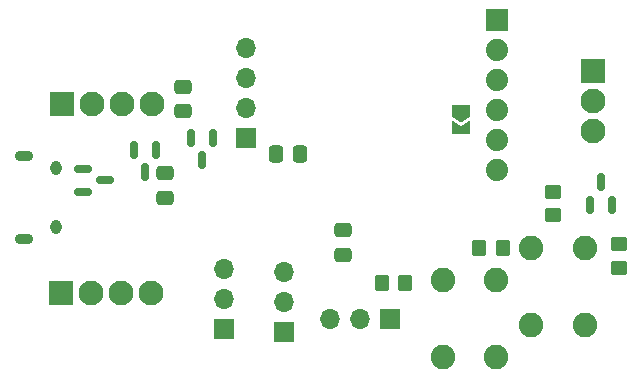
<source format=gbr>
%TF.GenerationSoftware,KiCad,Pcbnew,6.0.11-2627ca5db0~126~ubuntu22.04.1*%
%TF.CreationDate,2023-02-28T17:01:24-05:00*%
%TF.ProjectId,canbus-ds1820,63616e62-7573-42d6-9473-313832302e6b,1.0*%
%TF.SameCoordinates,Original*%
%TF.FileFunction,Soldermask,Bot*%
%TF.FilePolarity,Negative*%
%FSLAX46Y46*%
G04 Gerber Fmt 4.6, Leading zero omitted, Abs format (unit mm)*
G04 Created by KiCad (PCBNEW 6.0.11-2627ca5db0~126~ubuntu22.04.1) date 2023-02-28 17:01:24*
%MOMM*%
%LPD*%
G01*
G04 APERTURE LIST*
G04 Aperture macros list*
%AMRoundRect*
0 Rectangle with rounded corners*
0 $1 Rounding radius*
0 $2 $3 $4 $5 $6 $7 $8 $9 X,Y pos of 4 corners*
0 Add a 4 corners polygon primitive as box body*
4,1,4,$2,$3,$4,$5,$6,$7,$8,$9,$2,$3,0*
0 Add four circle primitives for the rounded corners*
1,1,$1+$1,$2,$3*
1,1,$1+$1,$4,$5*
1,1,$1+$1,$6,$7*
1,1,$1+$1,$8,$9*
0 Add four rect primitives between the rounded corners*
20,1,$1+$1,$2,$3,$4,$5,0*
20,1,$1+$1,$4,$5,$6,$7,0*
20,1,$1+$1,$6,$7,$8,$9,0*
20,1,$1+$1,$8,$9,$2,$3,0*%
%AMFreePoly0*
4,1,6,1.000000,0.000000,0.500000,-0.750000,-0.500000,-0.750000,-0.500000,0.750000,0.500000,0.750000,1.000000,0.000000,1.000000,0.000000,$1*%
%AMFreePoly1*
4,1,6,0.500000,-0.750000,-0.650000,-0.750000,-0.150000,0.000000,-0.650000,0.750000,0.500000,0.750000,0.500000,-0.750000,0.500000,-0.750000,$1*%
G04 Aperture macros list end*
%ADD10RoundRect,0.250000X0.450000X-0.350000X0.450000X0.350000X-0.450000X0.350000X-0.450000X-0.350000X0*%
%ADD11RoundRect,0.250000X-0.450000X0.350000X-0.450000X-0.350000X0.450000X-0.350000X0.450000X0.350000X0*%
%ADD12R,2.100000X2.100000*%
%ADD13C,2.100000*%
%ADD14RoundRect,0.150000X0.150000X-0.587500X0.150000X0.587500X-0.150000X0.587500X-0.150000X-0.587500X0*%
%ADD15R,1.700000X1.700000*%
%ADD16O,1.700000X1.700000*%
%ADD17C,2.082800*%
%ADD18R,1.879600X1.879600*%
%ADD19C,1.879600*%
%ADD20O,0.950000X1.250000*%
%ADD21O,1.550000X0.890000*%
%ADD22RoundRect,0.250000X-0.337500X-0.475000X0.337500X-0.475000X0.337500X0.475000X-0.337500X0.475000X0*%
%ADD23RoundRect,0.150000X-0.150000X0.587500X-0.150000X-0.587500X0.150000X-0.587500X0.150000X0.587500X0*%
%ADD24RoundRect,0.250000X0.350000X0.450000X-0.350000X0.450000X-0.350000X-0.450000X0.350000X-0.450000X0*%
%ADD25RoundRect,0.250000X0.475000X-0.337500X0.475000X0.337500X-0.475000X0.337500X-0.475000X-0.337500X0*%
%ADD26RoundRect,0.250000X-0.475000X0.337500X-0.475000X-0.337500X0.475000X-0.337500X0.475000X0.337500X0*%
%ADD27RoundRect,0.150000X-0.587500X-0.150000X0.587500X-0.150000X0.587500X0.150000X-0.587500X0.150000X0*%
%ADD28FreePoly0,270.000000*%
%ADD29FreePoly1,270.000000*%
%ADD30RoundRect,0.250000X-0.350000X-0.450000X0.350000X-0.450000X0.350000X0.450000X-0.350000X0.450000X0*%
G04 APERTURE END LIST*
D10*
%TO.C,R6*%
X106825000Y-91950000D03*
X106825000Y-89950000D03*
%TD*%
D11*
%TO.C,R3*%
X101225000Y-85525000D03*
X101225000Y-87525000D03*
%TD*%
D12*
%TO.C,J4*%
X104675000Y-75285000D03*
D13*
X104675000Y-77825000D03*
X104675000Y-80365000D03*
%TD*%
D14*
%TO.C,Q3*%
X106275000Y-86625000D03*
X104375000Y-86625000D03*
X105325000Y-84750000D03*
%TD*%
D15*
%TO.C,JP1*%
X73400000Y-97140000D03*
D16*
X73400000Y-94600000D03*
X73400000Y-92060000D03*
%TD*%
D12*
%TO.C,J6*%
X59625000Y-94100000D03*
D13*
X62165000Y-94100000D03*
X64705000Y-94100000D03*
X67245000Y-94100000D03*
%TD*%
D15*
%TO.C,J2*%
X87490000Y-96350000D03*
D16*
X84950000Y-96350000D03*
X82410000Y-96350000D03*
%TD*%
D17*
%TO.C,S1*%
X96435600Y-92998800D03*
X96435600Y-99501200D03*
X91914400Y-92998800D03*
X91914400Y-99501200D03*
%TD*%
D18*
%TO.C,J3*%
X96500000Y-70990000D03*
D19*
X96500000Y-73530000D03*
X96500000Y-76070000D03*
X96500000Y-78610000D03*
X96500000Y-81150000D03*
X96500000Y-83690000D03*
%TD*%
D12*
%TO.C,J5*%
X59660000Y-78075000D03*
D13*
X62200000Y-78075000D03*
X64740000Y-78075000D03*
X67280000Y-78075000D03*
%TD*%
D15*
%TO.C,U3*%
X75247300Y-81002600D03*
D16*
X75247300Y-78462600D03*
X75247300Y-75922600D03*
X75247300Y-73382600D03*
%TD*%
D17*
%TO.C,S2*%
X103960600Y-90323800D03*
X103960600Y-96826200D03*
X99439400Y-90323800D03*
X99439400Y-96826200D03*
%TD*%
D20*
%TO.C,J1*%
X59210000Y-83550000D03*
D21*
X56510000Y-82550000D03*
X56510000Y-89550000D03*
D20*
X59210000Y-88550000D03*
%TD*%
D15*
%TO.C,JP2*%
X78525000Y-97425000D03*
D16*
X78525000Y-94885000D03*
X78525000Y-92345000D03*
%TD*%
D22*
%TO.C,C7*%
X77787500Y-82300000D03*
X79862500Y-82300000D03*
%TD*%
D23*
%TO.C,U1*%
X65775000Y-81987500D03*
X67675000Y-81987500D03*
X66725000Y-83862500D03*
%TD*%
D24*
%TO.C,R1*%
X88750000Y-93250000D03*
X86750000Y-93250000D03*
%TD*%
D25*
%TO.C,C2*%
X83450000Y-90887500D03*
X83450000Y-88812500D03*
%TD*%
%TO.C,C4*%
X69900000Y-78712500D03*
X69900000Y-76637500D03*
%TD*%
D26*
%TO.C,C1*%
X68425000Y-83950000D03*
X68425000Y-86025000D03*
%TD*%
D27*
%TO.C,Q2*%
X61437500Y-85525000D03*
X61437500Y-83625000D03*
X63312500Y-84575000D03*
%TD*%
D23*
%TO.C,Q1*%
X70600000Y-81000000D03*
X72500000Y-81000000D03*
X71550000Y-82875000D03*
%TD*%
D28*
%TO.C,JP3*%
X93475000Y-78700000D03*
D29*
X93475000Y-80150000D03*
%TD*%
D30*
%TO.C,R2*%
X95000000Y-90325000D03*
X97000000Y-90325000D03*
%TD*%
M02*

</source>
